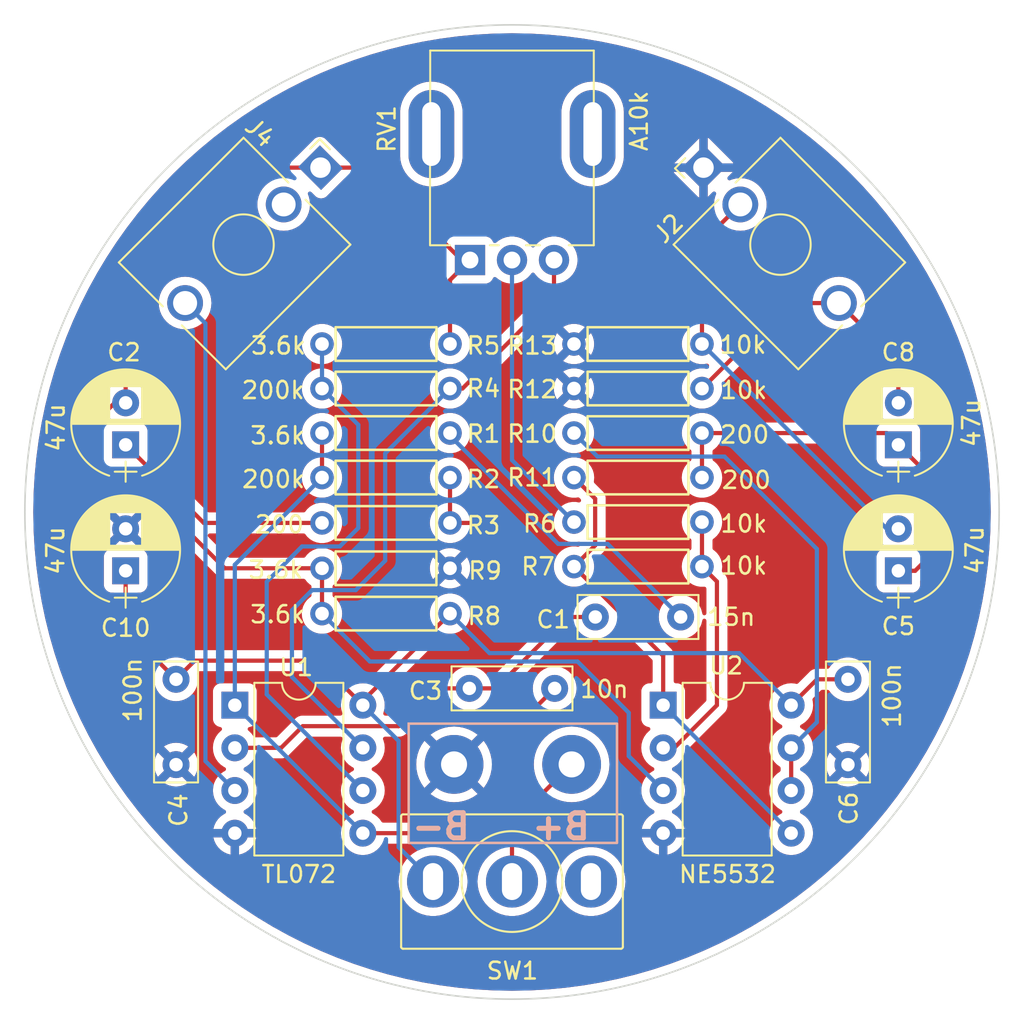
<source format=kicad_pcb>
(kicad_pcb (version 20221018) (generator pcbnew)
  (layers (0 "F.Cu" signal) (31 "B.Cu" signal) (34 "B.Paste" user) (35 "F.Paste" user) (36 "B.SilkS" user "B.Silkscreen") (37 "F.SilkS" user "F.Silkscreen") (38 "B.Mask" user) (39 "F.Mask" user) (44 "Edge.Cuts" user))
  (net 0 "")
  (net 1 "Net-(U1A--)")
  (net 2 "Net-(C1-Pad2)")
  (net 3 "Net-(C2-Pad1)")
  (net 4 "GND")
  (net 5 "Net-(U1B-+)")
  (net 6 "+9V")
  (net 7 "Net-(U2B-+)")
  (net 8 "Net-(C8-Pad2)")
  (net 9 "Net-(J1-Pin_2)")
  (net 10 "Net-(U1A-+)")
  (net 11 "Net-(U1B--)")
  (net 12 "Net-(R4-Pad2)")
  (net 13 "Net-(R6-Pad1)")
  (net 15 "Net-(U2B--)")
  (net 16 "Net-(U2A-+)")
  (net 17 "Net-(U2A--)")
  (net 19 "Net-(C5-Pad1)")
  (net 20 "Net-(C5-Pad2)")
  (footprint "PCM_4ms_Resistor:R_Axial_DIN0207_L6.3mm_D2.5mm_P7.62mm_Horizontal" (layer "F.Cu") (at -7.5 0.65 180)
    (fp_text reference "R3" (at -5.8 -0.15) (layer "F.SilkS") (effects (font (size 1.016 1.016) (thickness 0.1524))))
    (fp_text value "200" (at 6.35 -0.1) (layer "F.SilkS") (effects (font (size 1.016 1.016) (thickness 0.1524))))
    (pad "1" thru_hole circle (at -3.81 0 180) (size 1.397 1.397) (drill 0.8128) (layers "*.Cu" "*.Mask") (net 1 "Net-(U1A--)"))
    (pad "2" thru_hole circle (at 3.81 0 180) (size 1.397 1.397) (drill 0.8128) (layers "*.Cu" "*.Mask") (net 3 "Net-(C2-Pad1)"))
  )
  (footprint "PCM_4ms_Capacitor:C_Disc_P5.08mm" (layer "F.Cu") (at 7.5 6.25)
    (fp_text reference "C1" (at -5.05 0.15) (layer "F.SilkS") (effects (font (size 1.016 1.016) (thickness 0.1524))))
    (fp_text value "15n" (at 5.55 0) (layer "F.SilkS") (effects (font (size 1.016 1.016) (thickness 0.1524))))
    (pad "1" thru_hole circle (at -2.54 0) (size 1.6 1.6) (drill 0.8) (layers "*.Cu" "*.Mask") (net 1 "Net-(U1A--)"))
    (pad "2" thru_hole circle (at 2.54 0) (size 1.6 1.6) (drill 0.8) (layers "*.Cu" "*.Mask") (net 2 "Net-(C1-Pad2)"))
  )
  (footprint "Package_DIP:DIP-8_W7.62mm" (layer "F.Cu") (at 9 11.5)
    (fp_text reference "U2" (at 3.75 -2.35) (layer "F.SilkS"))
    (fp_text value "NE5532" hide)
    (pad "1" thru_hole rect (at 0 0) (size 1.6 1.6) (drill 0.8) (layers "*.Cu" "*.Mask") (net 7 "Net-(U2B-+)"))
    (pad "2" thru_hole oval (at 0 2.54) (size 1.6 1.6) (drill 0.8) (layers "*.Cu" "*.Mask") (net 17 "Net-(U2A--)"))
    (pad "3" thru_hole oval (at 0 5.08) (size 1.6 1.6) (drill 0.8) (layers "*.Cu" "*.Mask") (net 16 "Net-(U2A-+)"))
    (pad "4" thru_hole oval (at 0 7.62) (size 1.6 1.6) (drill 0.8) (layers "*.Cu" "*.Mask") (net 4 "GND"))
    (pad "5" thru_hole oval (at 7.62 7.62) (size 1.6 1.6) (drill 0.8) (layers "*.Cu" "*.Mask") (net 7 "Net-(U2B-+)"))
    (pad "6" thru_hole oval (at 7.62 5.08) (size 1.6 1.6) (drill 0.8) (layers "*.Cu" "*.Mask") (net 15 "Net-(U2B--)"))
    (pad "7" thru_hole oval (at 7.62 2.54) (size 1.6 1.6) (drill 0.8) (layers "*.Cu" "*.Mask") (net 15 "Net-(U2B--)"))
    (pad "8" thru_hole oval (at 7.62 0) (size 1.6 1.6) (drill 0.8) (layers "*.Cu" "*.Mask") (net 6 "+9V"))
  )
  (footprint "PCM_4ms_Resistor:R_Axial_DIN0207_L6.3mm_D2.5mm_P7.62mm_Horizontal" (layer "F.Cu") (at 7.5 -7.35)
    (fp_text reference "R12" (at -6.3 0.05) (layer "F.SilkS") (effects (font (size 1.016 1.016) (thickness 0.1524))))
    (fp_text value "10k" (at 6.3 0.1) (layer "F.SilkS") (effects (font (size 1.016 1.016) (thickness 0.1524))))
    (pad "1" thru_hole circle (at -3.81 0) (size 1.397 1.397) (drill 0.8128) (layers "*.Cu" "*.Mask") (net 4 "GND"))
    (pad "2" thru_hole circle (at 3.81 0) (size 1.397 1.397) (drill 0.8128) (layers "*.Cu" "*.Mask") (net 8 "Net-(C8-Pad2)"))
  )
  (footprint "PCM_4ms_Capacitor:C_Disc_P5.08mm" (layer "F.Cu") (at 0 10.5)
    (fp_text reference "C3" (at -5.15 0.15) (layer "F.SilkS") (effects (font (size 1.016 1.016) (thickness 0.1524))))
    (fp_text value "10n" (at 5.5 0.05) (layer "F.SilkS") (effects (font (size 1.016 1.016) (thickness 0.1524))))
    (pad "1" thru_hole circle (at -2.54 0) (size 1.6 1.6) (drill 0.8) (layers "*.Cu" "*.Mask") (net 1 "Net-(U1A--)"))
    (pad "2" thru_hole circle (at 2.54 0) (size 1.6 1.6) (drill 0.8) (layers "*.Cu" "*.Mask") (net 5 "Net-(U1B-+)"))
  )
  (footprint "PCM_4ms_Capacitor:CP_Radial_P2.5mm" (layer "F.Cu") (at 23 -4 90)
    (fp_text reference "C8" (at 5.5 0 180) (layer "F.SilkS") (effects (font (size 1.016 1.016) (thickness 0.1524))))
    (fp_text value "47u" (at 1.3 4.35 90) (layer "F.SilkS") (effects (font (size 1.016 1.016) (thickness 0.1524))))
    (pad "1" thru_hole rect (at 0 0 90) (size 1.6 1.6) (drill 0.8) (layers "*.Cu" "*.Mask") (net 19 "Net-(C5-Pad1)"))
    (pad "2" thru_hole circle (at 2.5 0 90) (size 1.6 1.6) (drill 0.8) (layers "*.Cu" "*.Mask") (net 8 "Net-(C8-Pad2)"))
  )
  (footprint "PCM_4ms_Resistor:R_Axial_DIN0207_L6.3mm_D2.5mm_P7.62mm_Horizontal" (layer "F.Cu") (at 7.5 -10)
    (fp_text reference "R13" (at -6.3 0.1) (layer "F.SilkS") (effects (font (size 1.016 1.016) (thickness 0.1524))))
    (fp_text value "10k" (at 6.25 0.05) (layer "F.SilkS") (effects (font (size 1.016 1.016) (thickness 0.1524))))
    (pad "1" thru_hole circle (at -3.81 0) (size 1.397 1.397) (drill 0.8128) (layers "*.Cu" "*.Mask") (net 4 "GND"))
    (pad "2" thru_hole circle (at 3.81 0) (size 1.397 1.397) (drill 0.8128) (layers "*.Cu" "*.Mask") (net 20 "Net-(C5-Pad2)"))
  )
  (footprint "PCM_4ms_Resistor:R_Axial_DIN0207_L6.3mm_D2.5mm_P7.62mm_Horizontal" (layer "F.Cu") (at 7.5 0.6)
    (fp_text reference "R6" (at -5.85 0.1) (layer "F.SilkS") (effects (font (size 1.016 1.016) (thickness 0.1524))))
    (fp_text value "10k" (at 6.3 0.1) (layer "F.SilkS") (effects (font (size 1.016 1.016) (thickness 0.1524))))
    (pad "1" thru_hole circle (at -3.81 0) (size 1.397 1.397) (drill 0.8128) (layers "*.Cu" "*.Mask") (net 13 "Net-(R6-Pad1)"))
    (pad "2" thru_hole circle (at 3.81 0) (size 1.397 1.397) (drill 0.8128) (layers "*.Cu" "*.Mask") (net 17 "Net-(U2A--)"))
  )
  (footprint "PCM_4ms_Capacitor:CP_Radial_P2.5mm" (layer "F.Cu") (at 23 3.5 90)
    (fp_text reference "C5" (at -3.3 0 180) (layer "F.SilkS") (effects (font (size 1.016 1.016) (thickness 0.1524))))
    (fp_text value "47u" (at 1.225 4.55 90) (layer "F.SilkS") (effects (font (size 1.016 1.016) (thickness 0.1524))))
    (pad "1" thru_hole rect (at 0 0 90) (size 1.6 1.6) (drill 0.8) (layers "*.Cu" "*.Mask") (net 19 "Net-(C5-Pad1)"))
    (pad "2" thru_hole circle (at 2.5 0 90) (size 1.6 1.6) (drill 0.8) (layers "*.Cu" "*.Mask") (net 20 "Net-(C5-Pad2)"))
  )
  (footprint "PCM_4ms_Switch:Switch_Toggle_SPDT_Mini_SolderLug" (layer "F.Cu") (at 0 22 90)
    (fp_text reference "SW1" (at -5.9 -1.6 180) (layer "F.SilkS") (effects (justify left bottom)))
    (fp_text value "SW_SPDT" hide)
    (pad "1" thru_hole circle (at 0 -4.7 90) (size 3.1 3.1) (drill oval 2.2 1.2) (layers "*.Cu" "*.Mask") (net 6 "+9V"))
    (pad "2" thru_hole circle (at 0 0 90) (size 3.1 3.1) (drill oval 2.2 1.2) (layers "*.Cu" "*.Mask") (net 9 "Net-(J1-Pin_2)"))
    (pad "3" thru_hole circle (at 0 4.7 90) (size 3.1 3.1) (drill oval 2.2 1.2) (layers "*.Cu" "*.Mask"))
  )
  (footprint "Package_DIP:DIP-8_W7.62mm" (layer "F.Cu") (at -16.5 11.5)
    (fp_text reference "U1" (at 3.65 -2.25 180) (layer "F.SilkS"))
    (fp_text value "TL072" hide)
    (pad "1" thru_hole rect (at 0 0) (size 1.6 1.6) (drill 0.8) (layers "*.Cu" "*.Mask") (net 5 "Net-(U1B-+)"))
    (pad "2" thru_hole oval (at 0 2.54) (size 1.6 1.6) (drill 0.8) (layers "*.Cu" "*.Mask") (net 1 "Net-(U1A--)"))
    (pad "3" thru_hole oval (at 0 5.08) (size 1.6 1.6) (drill 0.8) (layers "*.Cu" "*.Mask") (net 10 "Net-(U1A-+)"))
    (pad "4" thru_hole oval (at 0 7.62) (size 1.6 1.6) (drill 0.8) (layers "*.Cu" "*.Mask") (net 4 "GND"))
    (pad "5" thru_hole oval (at 7.62 7.62) (size 1.6 1.6) (drill 0.8) (layers "*.Cu" "*.Mask") (net 5 "Net-(U1B-+)"))
    (pad "6" thru_hole oval (at 7.62 5.08) (size 1.6 1.6) (drill 0.8) (layers "*.Cu" "*.Mask") (net 11 "Net-(U1B--)"))
    (pad "7" thru_hole oval (at 7.62 2.54) (size 1.6 1.6) (drill 0.8) (layers "*.Cu" "*.Mask") (net 12 "Net-(R4-Pad2)"))
    (pad "8" thru_hole oval (at 7.62 0) (size 1.6 1.6) (drill 0.8) (layers "*.Cu" "*.Mask") (net 6 "+9V"))
  )
  (footprint "PCM_4ms_Resistor:R_Axial_DIN0207_L6.3mm_D2.5mm_P7.62mm_Horizontal" (layer "F.Cu") (at -7.5 -2.05 180)
    (fp_text reference "R2" (at -5.8 -0.1) (layer "F.SilkS") (effects (font (size 1.016 1.016) (thickness 0.1524))))
    (fp_text value "200k" (at 6.7 -0.1) (layer "F.SilkS") (effects (font (size 1.016 1.016) (thickness 0.1524))))
    (pad "1" thru_hole circle (at -3.81 0 180) (size 1.397 1.397) (drill 0.8128) (layers "*.Cu" "*.Mask") (net 1 "Net-(U1A--)"))
    (pad "2" thru_hole circle (at 3.81 0 180) (size 1.397 1.397) (drill 0.8128) (layers "*.Cu" "*.Mask") (net 5 "Net-(U1B-+)"))
  )
  (footprint "PCM_4ms_Capacitor:CP_Radial_P2.5mm" (layer "F.Cu") (at -23 -4 90)
    (fp_text reference "C2" (at 5.5 -0.1 180) (layer "F.SilkS") (effects (font (size 1.016 1.016) (thickness 0.1524))))
    (fp_text value "47u" (at 1.025 -4.15 90) (layer "F.SilkS") (effects (font (size 1.016 1.016) (thickness 0.1524))))
    (pad "1" thru_hole rect (at 0 0 90) (size 1.6 1.6) (drill 0.8) (layers "*.Cu" "*.Mask") (net 3 "Net-(C2-Pad1)"))
    (pad "2" thru_hole circle (at 2.5 0 90) (size 1.6 1.6) (drill 0.8) (layers "*.Cu" "*.Mask") (net 16 "Net-(U2A-+)"))
  )
  (footprint "PCM_4ms_Resistor:R_Axial_DIN0207_L6.3mm_D2.5mm_P7.62mm_Horizontal" (layer "F.Cu") (at -7.5 -4.7 180)
    (fp_text reference "R1" (at -5.8 -0.05) (layer "F.SilkS") (effects (font (size 1.016 1.016) (thickness 0.1524))))
    (fp_text value "3.6k" (at 6.45 -0.15) (layer "F.SilkS") (effects (font (size 1.016 1.016) (thickness 0.1524))))
    (pad "1" thru_hole circle (at -3.81 0 180) (size 1.397 1.397) (drill 0.8128) (layers "*.Cu" "*.Mask") (net 2 "Net-(C1-Pad2)"))
    (pad "2" thru_hole circle (at 3.81 0 180) (size 1.397 1.397) (drill 0.8128) (layers "*.Cu" "*.Mask") (net 5 "Net-(U1B-+)"))
  )
  (footprint "PCM_4ms_Resistor:R_Axial_DIN0207_L6.3mm_D2.5mm_P7.62mm_Horizontal" (layer "F.Cu") (at -7.5 -10 180)
    (fp_text reference "R5" (at -5.8 -0.1) (layer "F.SilkS") (effects (font (size 1.016 1.016) (thickness 0.1524))))
    (fp_text value "3.6k" (at 6.4 -0.1) (layer "F.SilkS") (effects (font (size 1.016 1.016) (thickness 0.1524))))
    (pad "1" thru_hole circle (at -3.81 0 180) (size 1.397 1.397) (drill 0.8128) (layers "*.Cu" "*.Mask") (net 16 "Net-(U2A-+)"))
    (pad "2" thru_hole circle (at 3.81 0 180) (size 1.397 1.397) (drill 0.8128) (layers "*.Cu" "*.Mask") (net 11 "Net-(U1B--)"))
  )
  (footprint "PCM_4ms_Resistor:R_Axial_DIN0207_L6.3mm_D2.5mm_P7.62mm_Horizontal" (layer "F.Cu") (at -7.5 3.35 180)
    (fp_text reference "R9" (at -5.9 -0.15) (layer "F.SilkS") (effects (font (size 1.016 1.016) (thickness 0.1524))))
    (fp_text value "3.6k" (at 6.55 -0.1) (layer "F.SilkS") (effects (font (size 1.016 1.016) (thickness 0.1524))))
    (pad "1" thru_hole circle (at -3.81 0 180) (size 1.397 1.397) (drill 0.8128) (layers "*.Cu" "*.Mask") (net 4 "GND"))
    (pad "2" thru_hole circle (at 3.81 0 180) (size 1.397 1.397) (drill 0.8128) (layers "*.Cu" "*.Mask") (net 16 "Net-(U2A-+)"))
  )
  (footprint "PCM_4ms_Capacitor:C_Disc_P5.08mm" (layer "F.Cu") (at -20 12.5 90)
    (fp_text reference "C4" (at -5.25 0.15 90) (layer "F.SilkS") (effects (font (size 1.016 1.016) (thickness 0.1524))))
    (fp_text value "100n" (at 1.9 -2.575 90) (layer "F.SilkS") (effects (font (size 1.016 1.016) (thickness 0.1524))))
    (pad "1" thru_hole circle (at -2.54 0 90) (size 1.6 1.6) (drill 0.8) (layers "*.Cu" "*.Mask") (net 4 "GND"))
    (pad "2" thru_hole circle (at 2.54 0 90) (size 1.6 1.6) (drill 0.8) (layers "*.Cu" "*.Mask") (net 6 "+9V"))
  )
  (footprint "Connector_Audio:Jack_3.5mm_QingPu_WQP-PJ398SM_Vertical_CircularHoles" (layer "F.Cu") (at -11.4 -20.5 -45)
    (fp_text reference "J4" (at -4.03 1.08 135) (layer "F.SilkS"))
    (fp_text value "AudioJack3")
    (pad "R" thru_hole circle (at 0 3.1 135) (size 2.13 2.13) (drill 1.42) (layers "*.Cu" "*.Mask"))
    (pad "S" thru_hole rect (at 0 0 135) (size 1.93 1.83) (drill 1.22) (layers "*.Cu" "*.Mask") (net 16 "Net-(U2A-+)"))
    (pad "T" thru_hole circle (at 0 11.4 135) (size 2.13 2.13) (drill 1.43) (layers "*.Cu" "*.Mask") (net 10 "Net-(U1A-+)"))
    (zone (net 0) (net_name "") (layer "F.Cu") (connect_pads (clearance 0)) (min_thickness 0.254)
      (keepout (tracks not_allowed) (vias not_allowed) (pads not_allowed) (copperpour not_allowed) (footprints not_allowed))
      (fill (thermal_gap 0.508) (thermal_bridge_width 0.508))
      (polygon (pts (xy -14.917757 -14.853653) (xy -14.758221 -15.041771) (xy -14.631552 -15.253419) (xy -14.541151 -15.482915) (xy -14.489446 -15.724093) (xy -14.477828 -15.970476) (xy -14.506606 -16.215451) (xy -14.575008 -16.452434) (xy -14.681196 -16.675064) (xy -14.822321 -16.877361) (xy -14.99459 -17.053892) (xy -15.193379 -17.199917) (xy -15.413349 -17.311514) (xy -15.64859 -17.385685) (xy -15.892787 -17.42044) (xy -16.139382 -17.414844) (xy -16.381751 -17.369047) (xy -16.613387 -17.284281) (xy -16.828067 -17.162821) (xy -17.020027 -17.007929) (xy -17.184111 -16.823765) (xy -17.315913 -16.615273) (xy -17.411894 -16.388057) (xy -17.469475 -16.148213) (xy -17.48711 -15.902187) (xy -17.464326 -15.656583) (xy -17.401735 -15.417999) (xy -17.301017 -15.192841) (xy -17.164878 -14.987157) (xy -16.996972 -14.806468) (xy -16.801811 -14.655631) (xy -16.584633 -14.538693) (xy -16.351274 -14.458796) (xy -16.107999 -14.418085) (xy -15.861341 -14.417655) (xy -15.617925 -14.457516) (xy -15.384288 -14.536598) (xy -15.166705 -14.652776) (xy -14.971018 -14.802933)))
    )
  )
  (footprint "PCM_4ms_Resistor:R_Axial_DIN0207_L6.3mm_D2.5mm_P7.62mm_Horizontal" (layer "F.Cu") (at 7.5 -4.7)
    (fp_text reference "R10" (at -6.3 0.05) (layer "F.SilkS") (effects (font (size 1.016 1.016) (thickness 0.1524))))
    (fp_text value "200" (at 6.35 0.1) (layer "F.SilkS") (effects (font (size 1.016 1.016) (thickness 0.1524))))
    (pad "1" thru_hole circle (at -3.81 0) (size 1.397 1.397) (drill 0.8128) (layers "*.Cu" "*.Mask") (net 15 "Net-(U2B--)"))
    (pad "2" thru_hole circle (at 3.81 0) (size 1.397 1.397) (drill 0.8128) (layers "*.Cu" "*.Mask") (net 19 "Net-(C5-Pad1)"))
  )
  (footprint "Connector_Audio:Jack_3.5mm_QingPu_WQP-PJ398SM_Vertical_CircularHoles" (layer "F.Cu") (at 11.4 -20.5 45)
    (fp_text reference "J2" (at -4.03 1.08 45) (layer "F.SilkS"))
    (fp_text value "AudioJack3")
    (pad "R" thru_hole circle (at 0 3.1 225) (size 2.13 2.13) (drill 1.42) (layers "*.Cu" "*.Mask") (net 20 "Net-(C5-Pad2)"))
    (pad "S" thru_hole rect (at 0 0 225) (size 1.93 1.83) (drill 1.22) (layers "*.Cu" "*.Mask") (net 4 "GND"))
    (pad "T" thru_hole circle (at 0 11.4 225) (size 2.13 2.13) (drill 1.43) (layers "*.Cu" "*.Mask") (net 8 "Net-(C8-Pad2)"))
    (zone (net 0) (net_name "") (layer "F.Cu") (connect_pads (clearance 0)) (min_thickness 0.254)
      (keepout (tracks not_allowed) (vias not_allowed) (pads not_allowed) (copperpour not_allowed) (footprints not_allowed))
      (fill (thermal_gap 0.508) (thermal_bridge_width 0.508))
      (polygon (pts (xy 17.046347 -16.982243) (xy 16.858229 -17.141779) (xy 16.646581 -17.268448) (xy 16.417085 -17.358849) (xy 16.175907 -17.410554) (xy 15.929524 -17.422172) (xy 15.684549 -17.393394) (xy 15.447566 -17.324992) (xy 15.224936 -17.218804) (xy 15.022639 -17.077679) (xy 14.846108 -16.90541) (xy 14.700083 -16.706621) (xy 14.588486 -16.486651) (xy 14.514315 -16.25141) (xy 14.47956 -16.007213) (xy 14.485156 -15.760618) (xy 14.530953 -15.518249) (xy 14.615719 -15.286613) (xy 14.737179 -15.071933) (xy 14.892071 -14.879973) (xy 15.076235 -14.715889) (xy 15.284727 -14.584087) (xy 15.511943 -14.488106) (xy 15.751787 -14.430525) (xy 15.997813 -14.41289) (xy 16.243417 -14.435674) (xy 16.482001 -14.498265) (xy 16.707159 -14.598983) (xy 16.912843 -14.735122) (xy 17.093532 -14.903028) (xy 17.244369 -15.098189) (xy 17.361307 -15.315367) (xy 17.441204 -15.548726) (xy 17.481915 -15.792001) (xy 17.482345 -16.038659) (xy 17.442484 -16.282075) (xy 17.363402 -16.515712) (xy 17.247224 -16.733295) (xy 17.097067 -16.928982)))
    )
  )
  (footprint "PCM_4ms_Capacitor:CP_Radial_P2.5mm" (layer "F.Cu") (at -23 3.5 90)
    (fp_text reference "C10" (at -3.4 0 180) (layer "F.SilkS") (effects (font (size 1.016 1.016) (thickness 0.1524))))
    (fp_text value "47u" (at 1.2 -4.175 90) (layer "F.SilkS") (effects (font (size 1.016 1.016) (thickness 0.1524))))
    (pad "1" thru_hole rect (at 0 0 90) (size 1.6 1.6) (drill 0.8) (layers "*.Cu" "*.Mask") (net 6 "+9V"))
    (pad "2" thru_hole circle (at 2.5 0 90) (size 1.6 1.6) (drill 0.8) (layers "*.Cu" "*.Mask") (net 4 "GND"))
  )
  (footprint "PCM_4ms_Resistor:R_Axial_DIN0207_L6.3mm_D2.5mm_P7.62mm_Horizontal" (layer "F.Cu") (at -7.5 6.05)
    (fp_text reference "R8" (at 5.85 0.15) (layer "F.SilkS") (effects (font (size 1.016 1.016) (thickness 0.1524))))
    (fp_text value "3.6k" (at -6.45 0.05) (layer "F.SilkS") (effects (font (size 1.016 1.016) (thickness 0.1524))))
    (pad "1" thru_hole circle (at -3.81 0) (size 1.397 1.397) (drill 0.8128) (layers "*.Cu" "*.Mask") (net 16 "Net-(U2A-+)"))
    (pad "2" thru_hole circle (at 3.81 0) (size 1.397 1.397) (drill 0.8128) (layers "*.Cu" "*.Mask") (net 6 "+9V"))
  )
  (footprint "PCM_4ms_Resistor:R_Axial_DIN0207_L6.3mm_D2.5mm_P7.62mm_Horizontal" (layer "F.Cu") (at 7.5 -2.05)
    (fp_text reference "R11" (at -6.3 0) (layer "F.SilkS") (effects (font (size 1.016 1.016) (thickness 0.1524))))
    (fp_text value "200" (at 6.45 0.15) (layer "F.SilkS") (effects (font (size 1.016 1.016) (thickness 0.1524))))
    (pad "1" thru_hole circle (at -3.81 0) (size 1.397 1.397) (drill 0.8128) (layers "*.Cu" "*.Mask") (net 7 "Net-(U2B-+)"))
    (pad "2" thru_hole circle (at 3.81 0) (size 1.397 1.397) (drill 0.8128) (layers "*.Cu" "*.Mask") (net 19 "Net-(C5-Pad1)"))
  )
  (footprint "PCM_4ms_Resistor:R_Axial_DIN0207_L6.3mm_D2.5mm_P7.62mm_Horizontal" (layer "F.Cu") (at -7.5 -7.35)
    (fp_text reference "R4" (at 5.8 0) (layer "F.SilkS") (effects (font (size 1.016 1.016) (thickness 0.1524))))
    (fp_text value "200k" (at -6.725 0.1) (layer "F.SilkS") (effects (font (size 1.016 1.016) (thickness 0.1524))))
    (pad "1" thru_hole circle (at -3.81 0) (size 1.397 1.397) (drill 0.8128) (layers "*.Cu" "*.Mask") (net 11 "Net-(U1B--)"))
    (pad "2" thru_hole circle (at 3.81 0) (size 1.397 1.397) (drill 0.8128) (layers "*.Cu" "*.Mask") (net 12 "Net-(R4-Pad2)"))
  )
  (footprint "Potentiometer_THT:Potentiometer_Alpha_RD901F-40-00D_Single_Vertical" (layer "F.Cu") (at -2.5 -15 90)
    (fp_text reference "RV1" (at 7.8 -4.95 90) (layer "F.SilkS"))
    (fp_text value "A10k")
    (pad "" thru_hole oval (at 7.5 -2.3 180) (size 2.72 5.24) (drill oval 1.1 3.8) (layers "*.Cu" "*.Mask"))
    (pad "" thru_hole oval (at 7.5 7.3 180) (size 2.72 5.24) (drill oval 1.1 3.8) (layers "*.Cu" "*.Mask"))
    (pad "1" thru_hole rect (at 0 0 180) (size 1.8 1.8) (drill 1) (layers "*.Cu" "*.Mask") (net 16 "Net-(U2A-+)"))
    (pad "2" thru_hole circle (at 0 2.5 180) (size 1.8 1.8) (drill 1) (layers "*.Cu" "*.Mask") (net 13 "Net-(R6-Pad1)"))
    (pad "3" thru_hole circle (at 0 5 180) (size 1.8 1.8) (drill 1) (layers "*.Cu" "*.Mask") (net 12 "Net-(R4-Pad2)"))
  )
  (footprint "PCM_4ms_Resistor:R_Axial_DIN0207_L6.3mm_D2.5mm_P7.62mm_Horizontal" (layer "F.Cu") (at 7.5 3.25 180)
    (fp_text reference "R7" (at 5.95 0) (layer "F.SilkS") (effects (font (size 1.016 1.016) (thickness 0.1524))))
    (fp_text value "10k" (at -6.3 0.05) (layer "F.SilkS") (effects (font (size 1.016 1.016) (thickness 0.1524))))
    (pad "1" thru_hole circle (at -3.81 0 180) (size 1.397 1.397) (drill 0.8128) (layers "*.Cu" "*.Mask") (net 17 "Net-(U2A--)"))
    (pad "2" thru_hole circle (at 3.81 0 180) (size 1.397 1.397) (drill 0.8128) (layers "*.Cu" "*.Mask") (net 7 "Net-(U2B-+)"))
  )
  (footprint "PCM_4ms_Capacitor:C_Disc_P5.08mm" (layer "F.Cu") (at 20 12.5 90)
    (fp_text reference "C6" (at -5.15 0.05 90) (layer "F.SilkS") (effects (font (size 1.016 1.016) (thickness 0.1524))))
    (fp_text value "100n" (at 1.575 2.625 90) (layer "F.SilkS") (effects (font (size 1.016 1.016) (thickness 0.1524))))
    (pad "1" thru_hole circle (at -2.54 0 90) (size 1.6 1.6) (drill 0.8) (layers "*.Cu" "*.Mask") (net 4 "GND"))
    (pad "2" thru_hole circle (at 2.54 0 90) (size 1.6 1.6) (drill 0.8) (layers "*.Cu" "*.Mask") (net 6 "+9V"))
  )
  (footprint "Connector_Wire:SolderWire-0.75sqmm_1x02_P7mm_D1.25mm_OD3.5mm" (layer "B.Cu") (at -3.45 15.025)
    (fp_text reference "J1" hide)
    (fp_text value "Battery")
    (pad "1" thru_hole circle (at 0 0) (size 3.5 3.5) (drill 1.55) (layers "*.Cu" "*.Mask") (net 4 "GND"))
    (pad "2" thru_hole circle (at 7 0) (size 3.5 3.5) (drill 1.55) (layers "*.Cu" "*.Mask") (net 9 "Net-(J1-Pin_2)"))
  )
  (gr_rect (start -6.15 12.6) (end 6.25 19.7) (stroke (width 0.15)) (fill none) (layer "B.SilkS"))
  (gr_circle (center 0 0) (end 29 0) (stroke (width 0.1)) (fill none) (layer "Edge.Cuts"))
  (gr_text "B-" (at -2.35 19.6) (layer "B.SilkS") (effects (font (size 1.5 1.5) (thickness 0.3) bold) (justify left bottom mirror)))
  (gr_text "B+" (at 4.8 19.6) (layer "B.SilkS") (effects (font (size 1.5 1.5) (thickness 0.3) bold) (justify left bottom mirror)))
  (gr_text "TL072" (at -15 22.15) (layer "F.SilkS") (effects (font (size 1 1)) (justify left bottom)))
  (gr_text "A10k" (at 8.15 -21.4 90) (layer "F.SilkS") (effects (font (size 1 1)) (justify left bottom)))
  (gr_text "NE5532" (at 9.85 22.15) (layer "F.SilkS") (effects (font (size 1 1)) (justify left bottom)))
  (segment (start -12.455 12.75) (end -6.75 12.75) (width 0.25) (layer "F.Cu") (net 1))
  (segment (start -3.69 -2.05) (end -3.69 0.65) (width 0.25) (layer "F.Cu") (net 1))
  (segment (start -0.95 10.5) (end 3.3 6.25) (width 0.25) (layer "F.Cu") (net 1))
  (segment (start -4.5 10.5) (end -2.54 10.5) (width 0.25) (layer "F.Cu") (net 1))
  (segment (start -3.69 0.65) (end -2.3 0.65) (width 0.25) (layer "F.Cu") (net 1))
  (segment (start -13.745 14.04) (end -12.455 12.75) (width 0.25) (layer "F.Cu") (net 1))
  (segment (start -2.3 0.65) (end 3.3 6.25) (width 0.25) (layer "F.Cu") (net 1))
  (segment (start -2.54 10.5) (end -0.95 10.5) (width 0.25) (layer "F.Cu") (net 1))
  (segment (start -16.5 14.04) (end -13.745 14.04) (width 0.25) (layer "F.Cu") (net 1))
  (segment (start 3.3 6.25) (end 4.96 6.25) (width 0.25) (layer "F.Cu") (net 1))
  (segment (start -6.75 12.75) (end -4.5 10.5) (width 0.25) (layer "F.Cu") (net 1))
  (segment (start 2.75 1.9) (end 5.69 1.9) (width 0.25) (layer "B.Cu") (net 2))
  (segment (start -3.69 -4.7) (end -3.69 -4.54) (width 0.25) (layer "B.Cu") (net 2))
  (segment (start 5.69 1.9) (end 10.04 6.25) (width 0.25) (layer "B.Cu") (net 2))
  (segment (start -3.69 -4.54) (end 2.75 1.9) (width 0.25) (layer "B.Cu") (net 2))
  (segment (start -11.31 0.65) (end -18.35 0.65) (width 0.25) (layer "F.Cu") (net 3))
  (segment (start -18.35 0.65) (end -23 -4) (width 0.25) (layer "F.Cu") (net 3))
  (segment (start -11.31 -4.7) (end -11.31 -2.05) (width 0.25) (layer "F.Cu") (net 5))
  (segment (start -8.88 19.12) (end -2.82 19.12) (width 0.25) (layer "F.Cu") (net 5))
  (segment (start -0.35 13.39) (end 2.54 10.5) (width 0.25) (layer "F.Cu") (net 5))
  (segment (start -0.35 16.65) (end -0.35 13.39) (width 0.25) (layer "F.Cu") (net 5))
  (segment (start -2.82 19.12) (end -0.35 16.65) (width 0.25) (layer "F.Cu") (net 5))
  (segment (start -16.5 11.5) (end -16.5 3.14) (width 0.25) (layer "B.Cu") (net 5))
  (segment (start -16.5 3.14) (end -11.31 -2.05) (width 0.25) (layer "B.Cu") (net 5))
  (segment (start -16.5 11.5) (end -8.88 19.12) (width 0.25) (layer "B.Cu") (net 5))
  (segment (start 18.16 9.96) (end 16.62 11.5) (width 0.25) (layer "F.Cu") (net 6))
  (segment (start -11.53 8.85) (end -8.88 11.5) (width 0.25) (layer "F.Cu") (net 6))
  (segment (start -18.89 8.85) (end -11.53 8.85) (width 0.25) (layer "F.Cu") (net 6))
  (segment (start -23 3.5) (end -23 6.96) (width 0.25) (layer "F.Cu") (net 6))
  (segment (start 20 9.96) (end 18.16 9.96) (width 0.25) (layer "F.Cu") (net 6))
  (segment (start -3.69 6.05) (end -8.88 11.24) (width 0.25) (layer "F.Cu") (net 6))
  (segment (start -23 6.96) (end -20 9.96) (width 0.25) (layer "F.Cu") (net 6))
  (segment (start -8.88 11.24) (end -8.88 11.5) (width 0.25) (layer "F.Cu") (net 6))
  (segment (start -20 9.96) (end -18.89 8.85) (width 0.25) (layer "F.Cu") (net 6))
  (segment (start -8.88 11.5) (end -6.75 13.63) (width 0.25) (layer "B.Cu") (net 6))
  (segment (start 13.52 8.4) (end -1.34 8.4) (width 0.25) (layer "B.Cu") (net 6))
  (segment (start -1.34 8.4) (end -3.69 6.05) (width 0.25) (layer "B.Cu") (net 6))
  (segment (start -6.75 19.95) (end -4.7 22) (width 0.25) (layer "B.Cu") (net 6))
  (segment (start 16.62 11.5) (end 13.52 8.4) (width 0.25) (layer "B.Cu") (net 6))
  (segment (start -6.75 13.63) (end -6.75 19.95) (width 0.25) (layer "B.Cu") (net 6))
  (segment (start 9 11.5) (end 9 8.56) (width 0.25) (layer "F.Cu") (net 7))
  (segment (start 9 8.56) (end 3.69 3.25) (width 0.25) (layer "F.Cu") (net 7))
  (segment (start 4.95 -0.79) (end 4.95 1.99) (width 0.25) (layer "F.Cu") (net 7))
  (segment (start 3.69 -2.05) (end 4.95 -0.79) (width 0.25) (layer "F.Cu") (net 7))
  (segment (start 4.95 1.99) (end 3.69 3.25) (width 0.25) (layer "F.Cu") (net 7))
  (segment (start 9 11.5) (end 16.62 19.12) (width 0.25) (layer "B.Cu") (net 7))
  (segment (start 16.398983 -12.438983) (end 11.31 -7.35) (width 0.25) (layer "F.Cu") (net 8))
  (segment (start 19.461017 -12.438983) (end 23 -8.9) (width 0.25) (layer "F.Cu") (net 8))
  (segment (start 19.461017 -12.438983) (end 16.398983 -12.438983) (width 0.25) (layer "F.Cu") (net 8))
  (segment (start 23 -8.9) (end 23 -6.5) (width 0.25) (layer "F.Cu") (net 8))
  (segment (start 0 18.575) (end 3.55 15.025) (width 0.25) (layer "F.Cu") (net 9))
  (segment (start 0 22) (end 0 18.575) (width 0.25) (layer "F.Cu") (net 9))
  (segment (start -18.25 14.83) (end -18.25 -11.227966) (width 0.25) (layer "B.Cu") (net 10))
  (segment (start -16.5 16.58) (end -18.25 14.83) (width 0.25) (layer "B.Cu") (net 10))
  (segment (start -18.25 -11.227966) (end -19.461017 -12.438983) (width 0.25) (layer "B.Cu") (net 10))
  (segment (start -9.15 0.95) (end -9.15 -5.19) (width 0.25) (layer "B.Cu") (net 11))
  (segment (start -14.6 10.86) (end -14.6 4.15) (width 0.25) (layer "B.Cu") (net 11))
  (segment (start -8.88 16.58) (end -14.6 10.86) (width 0.25) (layer "B.Cu") (net 11))
  (segment (start -12.5 2.05) (end -10.25 2.05) (width 0.25) (layer "B.Cu") (net 11))
  (segment (start -14.6 4.15) (end -12.5 2.05) (width 0.25) (layer "B.Cu") (net 11))
  (segment (start -11.31 -10) (end -11.31 -7.35) (width 0.25) (layer "B.Cu") (net 11))
  (segment (start -9.15 -5.19) (end -11.31 -7.35) (width 0.25) (layer "B.Cu") (net 11))
  (segment (start -10.25 2.05) (end -9.15 0.95) (width 0.25) (layer "B.Cu") (net 11))
  (segment (start 2.5 -12.8) (end -2.95 -7.35) (width 0.25) (layer "F.Cu") (net 12))
  (segment (start 2.5 -15) (end 2.5 -12.8) (width 0.25) (layer "F.Cu") (net 12))
  (segment (start -2.95 -7.35) (end -3.69 -7.35) (width 0.25) (layer "F.Cu") (net 12))
  (segment (start -8.88 14.04) (end -13.1 9.82) (width 0.25) (layer "B.Cu") (net 12))
  (segment (start -7.55 2.9) (end -7.55 -3.49) (width 0.25) (layer "B.Cu") (net 12))
  (segment (start -9.3 4.65) (end -7.55 2.9) (width 0.25) (layer "B.Cu") (net 12))
  (segment (start -13.1 5.85) (end -11.9 4.65) (width 0.25) (layer "B.Cu") (net 12))
  (segment (start -11.9 4.65) (end -9.3 4.65) (width 0.25) (layer "B.Cu") (net 12))
  (segment (start -7.55 -3.49) (end -3.69 -7.35) (width 0.25) (layer "B.Cu") (net 12))
  (segment (start -13.1 9.82) (end -13.1 5.85) (width 0.25) (layer "B.Cu") (net 12))
  (segment (start 0 -15) (end 0 -3.09) (width 0.25) (layer "B.Cu") (net 13))
  (segment (start 0 -3.09) (end 3.69 0.6) (width 0.25) (layer "B.Cu") (net 13))
  (segment (start 16.62 14.04) (end 16.62 16.58) (width 0.25) (layer "F.Cu") (net 15))
  (segment (start 18.15 12.51) (end 16.62 14.04) (width 0.25) (layer "B.Cu") (net 15))
  (segment (start 18.15 2.2) (end 18.15 12.51) (width 0.25) (layer "B.Cu") (net 15))
  (segment (start 5.09 -3.3) (end 12.65 -3.3) (width 0.25) (layer "B.Cu") (net 15))
  (segment (start 12.65 -3.3) (end 18.15 2.2) (width 0.25) (layer "B.Cu") (net 15))
  (segment (start 3.69 -4.7) (end 5.09 -3.3) (width 0.25) (layer "B.Cu") (net 15))
  (segment (start -16.3 -20.5) (end -23 -13.8) (width 0.25) (layer "F.Cu") (net 16))
  (segment (start -23 -13.8) (end -23 -6.5) (width 0.25) (layer "F.Cu") (net 16))
  (segment (start -8.5 -20.5) (end -3 -15) (width 0.25) (layer "F.Cu") (net 16))
  (segment (start -22 -1.55) (end -23.9 -1.55) (width 0.25) (layer "F.Cu") (net 16))
  (segment (start -23.65 -6.5) (end -23 -6.5) (width 0.25) (layer "F.Cu") (net 16))
  (segment (start -11.31 3.35) (end -11.31 6.05) (width 0.25) (layer "F.Cu") (net 16))
  (segment (start -23.9 -1.55) (end -24.9 -2.55) (width 0.25) (layer "F.Cu") (net 16))
  (segment (start -3 -15) (end -2.5 -15) (width 0.25) (layer "F.Cu") (net 16))
  (segment (start -11.4 -20.5) (end -16.3 -20.5) (width 0.25) (layer "F.Cu") (net 16))
  (segment (start -24.9 -2.55) (end -24.9 -5.25) (width 0.25) (layer "F.Cu") (net 16))
  (segment (start -3.69 -13.81) (end -2.5 -15) (width 0.25) (layer "F.Cu") (net 16))
  (segment (start -3.69 -10) (end -3.69 -13.81) (width 0.25) (layer "F.Cu") (net 16))
  (segment (start -11.4 -20.5) (end -8.5 -20.5) (width 0.25) (layer "F.Cu") (net 16))
  (segment (start -24.9 -5.25) (end -23.65 -6.5) (width 0.25) (layer "F.Cu") (net 16))
  (segment (start -17.1 3.35) (end -22 -1.55) (width 0.25) (layer "F.Cu") (net 16))
  (segment (start -11.31 3.35) (end -17.1 3.35) (width 0.25) (layer "F.Cu") (net 16))
  (segment (start -11.31 6.05) (end -8.46 8.9) (width 0.25) (layer "B.Cu") (net 16))
  (segment (start 3.9 8.9) (end 6.95 11.95) (width 0.25) (layer "B.Cu") (net 16))
  (segment (start 6.95 11.95) (end 6.95 14.53) (width 0.25) (layer "B.Cu") (net 16))
  (segment (start -8.46 8.9) (end 3.9 8.9) (width 0.25) (layer "B.Cu") (net 16))
  (segment (start 6.95 14.53) (end 9 16.58) (width 0.25) (layer "B.Cu") (net 16))
  (segment (start 11.31 3.25) (end 12.2 4.14) (width 0.25) (layer "F.Cu") (net 17))
  (segment (start 12.2 4.14) (end 12.2 11.5) (width 0.25) (layer "F.Cu") (net 17))
  (segment (start 9.66 14.04) (end 9 14.04) (width 0.25) (layer "F.Cu") (net 17))
  (segment (start 12.2 11.5) (end 9.66 14.04) (width 0.25) (layer "F.Cu") (net 17))
  (segment (start 11.31 0.6) (end 11.31 3.25) (width 0.25) (layer "F.Cu") (net 17))
  (segment (start 25.5 -1.5) (end 25.5 2) (width 0.25) (layer "F.Cu") (net 19))
  (segment (start 24 3.5) (end 23 3.5) (width 0.25) (layer "F.Cu") (net 19))
  (segment (start 22.3 -4.7) (end 23 -4) (width 0.25) (layer "F.Cu") (net 19))
  (segment (start 11.31 -4.7) (end 22.3 -4.7) (width 0.25) (layer "F.Cu") (net 19))
  (segment (start 11.31 -4.7) (end 11.31 -2.05) (width 0.25) (layer "F.Cu") (net 19))
  (segment (start 23 -4) (end 25.5 -1.5) (width 0.25) (layer "F.Cu") (net 19))
  (segment (start 25.5 2) (end 24 3.5) (width 0.25) (layer "F.Cu") (net 19))
  (segment (start 13.592031 -18.307969) (end 11.31 -16.025938) (width 0.25) (layer "F.Cu") (net 20))
  (segment (start 11.31 -16.025938) (end 11.31 -10) (width 0.25) (layer "F.Cu") (net 20))
  (segment (start 22.31 1) (end 23 1) (width 0.25) (layer "B.Cu") (net 20))
  (segment (start 11.31 -10) (end 22.31 1) (width 0.25) (layer "B.Cu") (net 20))
  (zone (net 4) (net_name "GND") (layers "F&B.Cu") (connect_pads (clearance 0.5)) (min_thickness 0.25) (fill yes (thermal_gap 0.5) (thermal_bridge_width 0.5))
    (polygon (pts (xy -30.48 -30.48) (xy -30.48 30.48) (xy 30.48 30.48) (xy 30.48 -30.48)))
  )
)
</source>
